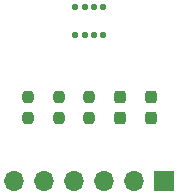
<source format=gbr>
%TF.GenerationSoftware,KiCad,Pcbnew,(6.0.2)*%
%TF.CreationDate,2022-04-05T22:12:57+02:00*%
%TF.ProjectId,BME68x Adaptor,424d4536-3878-4204-9164-6170746f722e,rev?*%
%TF.SameCoordinates,Original*%
%TF.FileFunction,Soldermask,Top*%
%TF.FilePolarity,Negative*%
%FSLAX46Y46*%
G04 Gerber Fmt 4.6, Leading zero omitted, Abs format (unit mm)*
G04 Created by KiCad (PCBNEW (6.0.2)) date 2022-04-05 22:12:57*
%MOMM*%
%LPD*%
G01*
G04 APERTURE LIST*
G04 Aperture macros list*
%AMRoundRect*
0 Rectangle with rounded corners*
0 $1 Rounding radius*
0 $2 $3 $4 $5 $6 $7 $8 $9 X,Y pos of 4 corners*
0 Add a 4 corners polygon primitive as box body*
4,1,4,$2,$3,$4,$5,$6,$7,$8,$9,$2,$3,0*
0 Add four circle primitives for the rounded corners*
1,1,$1+$1,$2,$3*
1,1,$1+$1,$4,$5*
1,1,$1+$1,$6,$7*
1,1,$1+$1,$8,$9*
0 Add four rect primitives between the rounded corners*
20,1,$1+$1,$2,$3,$4,$5,0*
20,1,$1+$1,$4,$5,$6,$7,0*
20,1,$1+$1,$6,$7,$8,$9,0*
20,1,$1+$1,$8,$9,$2,$3,0*%
G04 Aperture macros list end*
%ADD10RoundRect,0.237500X-0.237500X0.300000X-0.237500X-0.300000X0.237500X-0.300000X0.237500X0.300000X0*%
%ADD11RoundRect,0.237500X-0.237500X0.250000X-0.237500X-0.250000X0.237500X-0.250000X0.237500X0.250000X0*%
%ADD12RoundRect,0.125000X0.125000X0.137500X-0.125000X0.137500X-0.125000X-0.137500X0.125000X-0.137500X0*%
%ADD13R,1.700000X1.700000*%
%ADD14O,1.700000X1.700000*%
G04 APERTURE END LIST*
D10*
%TO.C,C2*%
X145200000Y-91137500D03*
X145200000Y-92862500D03*
%TD*%
%TO.C,C1*%
X142600000Y-91137500D03*
X142600000Y-92862500D03*
%TD*%
D11*
%TO.C,R3*%
X140000000Y-91087500D03*
X140000000Y-92912500D03*
%TD*%
%TO.C,R1*%
X137400000Y-91087500D03*
X137400000Y-92912500D03*
%TD*%
%TO.C,R2*%
X134800000Y-91087500D03*
X134800000Y-92912500D03*
%TD*%
D12*
%TO.C,U1*%
X141200000Y-85887500D03*
X140400000Y-85887500D03*
X139600000Y-85887500D03*
X138800000Y-85887500D03*
X138800000Y-83512500D03*
X139600000Y-83512500D03*
X140400000Y-83512500D03*
X141200000Y-83512500D03*
%TD*%
D13*
%TO.C,J1*%
X146350000Y-98250000D03*
D14*
X143810000Y-98250000D03*
X141270000Y-98250000D03*
X138730000Y-98250000D03*
X136190000Y-98250000D03*
X133650000Y-98250000D03*
%TD*%
M02*

</source>
